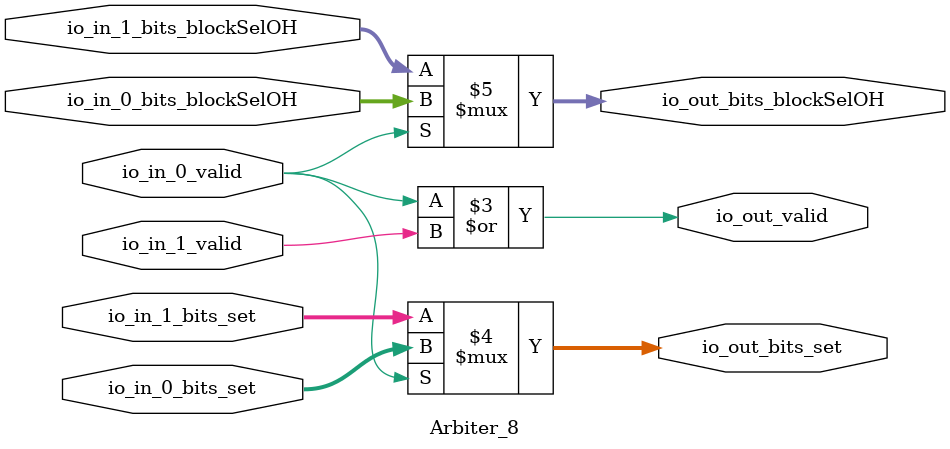
<source format=v>
module Arbiter_8(
  input        io_in_0_valid,
  input  [5:0] io_in_0_bits_set,
  input  [1:0] io_in_0_bits_blockSelOH,
  input        io_in_1_valid,
  input  [5:0] io_in_1_bits_set,
  input  [1:0] io_in_1_bits_blockSelOH,
  output       io_out_valid,
  output [5:0] io_out_bits_set,
  output [1:0] io_out_bits_blockSelOH
);
  wire  grant_1 = ~io_in_0_valid; // @[Arbiter.scala 45:78]
  assign io_out_valid = ~grant_1 | io_in_1_valid; // @[Arbiter.scala 147:31]
  assign io_out_bits_set = io_in_0_valid ? io_in_0_bits_set : io_in_1_bits_set; // @[Arbiter.scala 136:15 138:26 140:19]
  assign io_out_bits_blockSelOH = io_in_0_valid ? io_in_0_bits_blockSelOH : io_in_1_bits_blockSelOH; // @[Arbiter.scala 136:15 138:26 140:19]
endmodule

</source>
